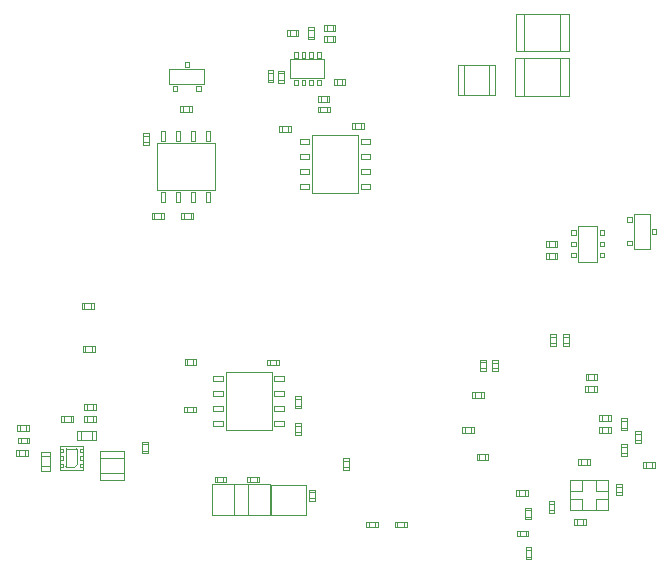
<source format=gbr>
%TF.GenerationSoftware,Altium Limited,Altium Designer,24.4.1 (13)*%
G04 Layer_Color=16711935*
%FSLAX45Y45*%
%MOMM*%
%TF.SameCoordinates,EFC9E65E-F59A-4C70-970D-A36E2AA460D7*%
%TF.FilePolarity,Positive*%
%TF.FileFunction,Other,Bottom_Assembly*%
%TF.Part,Single*%
G01*
G75*
%TA.AperFunction,NonConductor*%
%ADD82C,0.10000*%
%ADD146C,0.02500*%
D82*
X5060000Y4990000D02*
X5360000D01*
X5060000D02*
Y5250000D01*
X5360000D01*
Y4990000D02*
Y5250000D01*
X4750000Y5252500D02*
X5050000D01*
Y4992500D02*
Y5252500D01*
X4750000Y4992500D02*
X5050000D01*
X4750000D02*
Y5252500D01*
X4562500Y5257500D02*
X4862500D01*
Y4997500D02*
Y5257500D01*
X4562500Y4997500D02*
X4862500D01*
X4562500D02*
Y5257500D01*
D146*
X3320980Y5402140D02*
G03*
X3325980Y5397140I5000J0D01*
G01*
Y5557140D02*
G03*
X3320980Y5552140I0J-5000D01*
G01*
X3420980D02*
G03*
X3415980Y5557140I-5000J0D01*
G01*
X3470980Y5377140D02*
Y5577140D01*
X3270980D02*
X3470980D01*
X3270980Y5377140D02*
Y5577140D01*
Y5377140D02*
X3470980D01*
X3390980Y5397140D02*
X3420980Y5427140D01*
X3325980Y5397140D02*
X3390980D01*
X3320980Y5402140D02*
Y5552140D01*
X3325980Y5557140D02*
X3415980D01*
X3420980Y5427140D02*
Y5552140D01*
X3270980Y5427140D02*
X3295980D01*
X3270980Y5397140D02*
Y5427140D01*
Y5397140D02*
X3295980D01*
Y5427140D01*
X3270980Y5492140D02*
X3295980D01*
X3270980Y5462140D02*
Y5492140D01*
Y5462140D02*
X3295980D01*
Y5492140D01*
X3270980Y5557140D02*
X3295980D01*
X3270980Y5527140D02*
Y5557140D01*
Y5527140D02*
X3295980D01*
Y5557140D01*
X3445980Y5527140D02*
X3470980D01*
Y5557140D01*
X3445980D02*
X3470980D01*
X3445980Y5527140D02*
Y5557140D01*
Y5462140D02*
X3470980D01*
Y5492140D01*
X3445980D02*
X3470980D01*
X3445980Y5462140D02*
Y5492140D01*
Y5397140D02*
X3470980D01*
Y5427140D01*
X3445980D02*
X3470980D01*
X3445980Y5397140D02*
Y5427140D01*
X2915000Y5600000D02*
X3015000D01*
Y5650000D01*
X2915000D02*
X3015000D01*
X2915000Y5600000D02*
Y5650000D01*
X2990000Y5600000D02*
X3015000D01*
Y5650000D01*
X2990000D02*
X3015000D01*
X2990000Y5600000D02*
Y5650000D01*
X2915000D02*
X2940000D01*
X2915000Y5600000D02*
Y5650000D01*
Y5600000D02*
X2940000D01*
Y5650000D01*
X6642500Y8547500D02*
X6952500D01*
Y8807500D01*
X6642500D02*
X6952500D01*
X6642500Y8547500D02*
Y8807500D01*
X6907500Y8547500D02*
X6952500D01*
Y8807500D01*
X6907500D02*
X6952500D01*
X6907500Y8547500D02*
Y8807500D01*
X6642500D02*
X6692500D01*
X6642500Y8547500D02*
Y8807500D01*
Y8547500D02*
X6692500D01*
Y8807500D01*
X7384999Y7262500D02*
X7484999D01*
Y7312500D01*
X7384999D02*
X7484999D01*
X7384999Y7262500D02*
Y7312500D01*
X7464999Y7262500D02*
X7484999D01*
Y7312500D01*
X7464999D02*
X7484999D01*
X7464999Y7262500D02*
Y7312500D01*
X7384999D02*
X7409999D01*
X7384999Y7262500D02*
Y7312500D01*
Y7262500D02*
X7409999D01*
Y7312500D01*
X7384999Y7165000D02*
X7484999D01*
Y7215000D01*
X7384999D02*
X7484999D01*
X7384999Y7165000D02*
Y7215000D01*
X7464999Y7165000D02*
X7484999D01*
Y7215000D01*
X7464999D02*
X7484999D01*
X7464999Y7165000D02*
Y7215000D01*
X7384999D02*
X7409999D01*
X7384999Y7165000D02*
Y7215000D01*
Y7165000D02*
X7409999D01*
Y7215000D01*
X5505000Y9095000D02*
X5605000D01*
Y9145000D01*
X5505000D02*
X5605000D01*
X5505000Y9095000D02*
Y9145000D01*
X5585000Y9095000D02*
X5605000D01*
Y9145000D01*
X5585000D02*
X5605000D01*
X5585000Y9095000D02*
Y9145000D01*
X5505000D02*
X5530000D01*
X5505000Y9095000D02*
Y9145000D01*
Y9095000D02*
X5530000D01*
Y9145000D01*
X5505001Y9000001D02*
X5605000D01*
Y9050000D01*
X5505001D02*
X5605000D01*
X5505001Y9000001D02*
Y9050000D01*
X5585001Y9000001D02*
X5605000D01*
Y9050000D01*
X5585001D02*
X5605000D01*
X5585001Y9000001D02*
Y9050000D01*
X5505001D02*
X5530001D01*
X5505001Y9000001D02*
Y9050000D01*
Y9000001D02*
X5530001D01*
Y9050000D01*
X5375000Y9025000D02*
Y9125000D01*
Y9025000D02*
X5425000D01*
Y9125000D01*
X5375000D02*
X5425000D01*
X5375000Y9025000D02*
Y9045000D01*
Y9025000D02*
X5425000D01*
Y9045000D01*
X5375000D02*
X5425000D01*
Y9100000D02*
Y9125000D01*
X5375000D02*
X5425000D01*
X5375000Y9100000D02*
Y9125000D01*
Y9100000D02*
X5425000D01*
X5457500Y8452500D02*
X5557500D01*
X5457500Y8402500D02*
Y8452500D01*
Y8402500D02*
X5557500D01*
Y8452500D01*
X5457500D02*
X5477500D01*
X5457500Y8402500D02*
Y8452500D01*
Y8402500D02*
X5477500D01*
Y8452500D01*
X5532500Y8402500D02*
X5557500D01*
Y8452500D01*
X5532500D02*
X5557500D01*
X5532500Y8402500D02*
Y8452500D01*
X5455000Y8492500D02*
X5555000D01*
Y8542500D01*
X5455000D02*
X5555000D01*
X5455000Y8492500D02*
Y8542500D01*
X5535000Y8492500D02*
X5555000D01*
Y8542500D01*
X5535000D02*
X5555000D01*
X5535000Y8492500D02*
Y8542500D01*
X5455000D02*
X5480000D01*
X5455000Y8492500D02*
Y8542500D01*
Y8492500D02*
X5480000D01*
Y8542500D01*
X5172221Y8655179D02*
Y8755179D01*
X5122221D02*
X5172221D01*
X5122221Y8655179D02*
Y8755179D01*
Y8655179D02*
X5172221D01*
Y8735179D02*
Y8755179D01*
X5122221D02*
X5172221D01*
X5122221Y8735179D02*
Y8755179D01*
Y8735179D02*
X5172221D01*
X5122221Y8655179D02*
Y8680179D01*
Y8655179D02*
X5172221D01*
Y8680179D01*
X5122221D02*
X5172221D01*
X5192500Y9050000D02*
X5292500D01*
Y9100000D01*
X5192500D02*
X5292500D01*
X5192500Y9050000D02*
Y9100000D01*
X5272500Y9050000D02*
X5292500D01*
Y9100000D01*
X5272500D02*
X5292500D01*
X5272500Y9050000D02*
Y9100000D01*
X5192500D02*
X5217500D01*
X5192500Y9050000D02*
Y9100000D01*
Y9050000D02*
X5217500D01*
Y9100000D01*
X5030781Y8657719D02*
Y8757719D01*
Y8657719D02*
X5080781D01*
Y8757719D01*
X5030781D02*
X5080781D01*
X5030781Y8657719D02*
Y8677719D01*
Y8657719D02*
X5080781D01*
Y8677719D01*
X5030781D02*
X5080781D01*
Y8732719D02*
Y8757719D01*
X5030781D02*
X5080781D01*
X5030781Y8732719D02*
Y8757719D01*
Y8732719D02*
X5080781D01*
X4050000Y7552500D02*
X4150000D01*
X4050000Y7502500D02*
Y7552500D01*
Y7502500D02*
X4150000D01*
Y7552500D01*
X4050000D02*
X4070000D01*
X4050000Y7502500D02*
Y7552500D01*
Y7502500D02*
X4070000D01*
Y7552500D01*
X4125000Y7502500D02*
X4150000D01*
Y7552500D01*
X4125000D02*
X4150000D01*
X4125000Y7502500D02*
Y7552500D01*
X4582500Y5320000D02*
X4682500D01*
X4582500Y5270000D02*
Y5320000D01*
Y5270000D02*
X4682500D01*
Y5320000D01*
X4582500D02*
X4602500D01*
X4582500Y5270000D02*
Y5320000D01*
Y5270000D02*
X4602500D01*
Y5320000D01*
X4657500Y5270000D02*
X4682500D01*
Y5320000D01*
X4657500D02*
X4682500D01*
X4657500Y5270000D02*
Y5320000D01*
X5720000Y5375000D02*
Y5475000D01*
X5670000D02*
X5720000D01*
X5670000Y5375000D02*
Y5475000D01*
Y5375000D02*
X5720000D01*
Y5455000D02*
Y5475000D01*
X5670000D02*
X5720000D01*
X5670000Y5455000D02*
Y5475000D01*
Y5455000D02*
X5720000D01*
X5670000Y5375000D02*
Y5400000D01*
Y5375000D02*
X5720000D01*
Y5400000D01*
X5670000D02*
X5720000D01*
X4287500Y8405000D02*
X4387500D01*
Y8455000D01*
X4287500D02*
X4387500D01*
X4287500Y8405000D02*
Y8455000D01*
X4367500Y8405000D02*
X4387500D01*
Y8455000D01*
X4367500D02*
X4387500D01*
X4367500Y8405000D02*
Y8455000D01*
X4287500D02*
X4312500D01*
X4287500Y8405000D02*
Y8455000D01*
Y8405000D02*
X4312500D01*
Y8455000D01*
X4860001Y5269999D02*
X4960001D01*
Y5319999D01*
X4860001D02*
X4960001D01*
X4860001Y5269999D02*
Y5319999D01*
X4940001Y5269999D02*
X4960001D01*
Y5319999D01*
X4940001D02*
X4960001D01*
X4940001Y5269999D02*
Y5319999D01*
X4860001D02*
X4885001D01*
X4860001Y5269999D02*
Y5319999D01*
Y5269999D02*
X4885001D01*
Y5319999D01*
X6107679Y4938580D02*
X6207679D01*
X6107679Y4888581D02*
Y4938580D01*
Y4888581D02*
X6207679D01*
Y4938580D01*
X6107679D02*
X6127679D01*
X6107679Y4888581D02*
Y4938580D01*
Y4888581D02*
X6127679D01*
Y4938580D01*
X6182679Y4888581D02*
X6207679D01*
Y4938580D01*
X6182679D02*
X6207679D01*
X6182679Y4888581D02*
Y4938580D01*
X5310000Y5670000D02*
Y5770000D01*
X5260000D02*
X5310000D01*
X5260000Y5670000D02*
Y5770000D01*
Y5670000D02*
X5310000D01*
Y5750000D02*
Y5770000D01*
X5260000D02*
X5310000D01*
X5260000Y5750000D02*
Y5770000D01*
Y5750000D02*
X5310000D01*
X5260000Y5670000D02*
Y5695000D01*
Y5670000D02*
X5310000D01*
Y5695000D01*
X5260000D02*
X5310000D01*
X5260000Y5897500D02*
Y5997500D01*
Y5897500D02*
X5310000D01*
Y5997500D01*
X5260000D02*
X5310000D01*
X5260000Y5897500D02*
Y5917500D01*
Y5897500D02*
X5310000D01*
Y5917500D01*
X5260000D02*
X5310000D01*
Y5972500D02*
Y5997500D01*
X5260000D02*
X5310000D01*
X5260000Y5972500D02*
Y5997500D01*
Y5972500D02*
X5310000D01*
X5435000Y5110000D02*
Y5210000D01*
X5385000D02*
X5435000D01*
X5385000Y5110000D02*
Y5210000D01*
Y5110000D02*
X5435000D01*
Y5190000D02*
Y5210000D01*
X5385000D02*
X5435000D01*
X5385000Y5190000D02*
Y5210000D01*
Y5190000D02*
X5435000D01*
X5385000Y5110000D02*
Y5135000D01*
Y5110000D02*
X5435000D01*
Y5135000D01*
X5385000D02*
X5435000D01*
X4300000Y7502500D02*
X4400000D01*
Y7552500D01*
X4300000D02*
X4400000D01*
X4300000Y7502500D02*
Y7552500D01*
X4380000Y7502500D02*
X4400000D01*
Y7552500D01*
X4380000D02*
X4400000D01*
X4380000Y7502500D02*
Y7552500D01*
X4300000D02*
X4325000D01*
X4300000Y7502500D02*
Y7552500D01*
Y7502500D02*
X4325000D01*
Y7552500D01*
X3476940Y5781060D02*
X3576940D01*
Y5831060D01*
X3476940D02*
X3576940D01*
X3476940Y5781060D02*
Y5831060D01*
X3556940Y5781060D02*
X3576940D01*
Y5831060D01*
X3556940D02*
X3576940D01*
X3556940Y5781060D02*
Y5831060D01*
X3476940D02*
X3501940D01*
X3476940Y5781060D02*
Y5831060D01*
Y5781060D02*
X3501940D01*
Y5831060D01*
X3282500Y5780000D02*
X3382500D01*
Y5830000D01*
X3282500D02*
X3382500D01*
X3282500Y5780000D02*
Y5830000D01*
X3362500Y5780000D02*
X3382500D01*
Y5830000D01*
X3362500D02*
X3382500D01*
X3362500Y5780000D02*
Y5830000D01*
X3282500D02*
X3307500D01*
X3282500Y5780000D02*
Y5830000D01*
Y5780000D02*
X3307500D01*
Y5830000D01*
X3457500Y6787500D02*
X3557500D01*
X3457500Y6737500D02*
Y6787500D01*
Y6737500D02*
X3557500D01*
Y6787500D01*
X3457500D02*
X3477500D01*
X3457500Y6737500D02*
Y6787500D01*
Y6737500D02*
X3477500D01*
Y6787500D01*
X3532500Y6737500D02*
X3557500D01*
Y6787500D01*
X3532500D02*
X3557500D01*
X3532500Y6737500D02*
Y6787500D01*
X3465800Y6425000D02*
X3565800D01*
X3465800Y6375000D02*
Y6425000D01*
Y6375000D02*
X3565800D01*
Y6425000D01*
X3465800D02*
X3485800D01*
X3465800Y6375000D02*
Y6425000D01*
Y6375000D02*
X3485800D01*
Y6425000D01*
X3540800Y6375000D02*
X3565800D01*
Y6425000D01*
X3540800D02*
X3565800D01*
X3540800Y6375000D02*
Y6425000D01*
X8207500Y5395000D02*
X8307500D01*
Y5445000D01*
X8207500D02*
X8307500D01*
X8207500Y5395000D02*
Y5445000D01*
X8287500Y5395000D02*
X8307500D01*
Y5445000D01*
X8287500D02*
X8307500D01*
X8287500Y5395000D02*
Y5445000D01*
X8207500D02*
X8232500D01*
X8207500Y5395000D02*
Y5445000D01*
Y5395000D02*
X8232500D01*
Y5445000D01*
X4017500Y5515000D02*
Y5615000D01*
X3967500D02*
X4017500D01*
X3967500Y5515000D02*
Y5615000D01*
Y5515000D02*
X4017500D01*
Y5595000D02*
Y5615000D01*
X3967500D02*
X4017500D01*
X3967500Y5595000D02*
Y5615000D01*
Y5595000D02*
X4017500D01*
X3967500Y5515000D02*
Y5540000D01*
Y5515000D02*
X4017500D01*
Y5540000D01*
X3967500D02*
X4017500D01*
X3612500Y5350000D02*
X3812500D01*
Y5290000D02*
Y5350000D01*
X3612500Y5290000D02*
X3812500D01*
X3612500D02*
Y5350000D01*
Y5480000D02*
X3812500D01*
X3612500D02*
Y5540000D01*
X3812500D01*
Y5480000D02*
Y5540000D01*
X3612500Y5290000D02*
X3812500D01*
X3612500D02*
Y5540000D01*
X3812500D01*
Y5290000D02*
Y5540000D01*
X8140000Y5607500D02*
Y5707500D01*
Y5607500D02*
X8190000D01*
Y5707500D01*
X8140000D02*
X8190000D01*
X8140000Y5607500D02*
Y5627500D01*
Y5607500D02*
X8190000D01*
Y5627500D01*
X8140000D02*
X8190000D01*
Y5682500D02*
Y5707500D01*
X8140000D02*
X8190000D01*
X8140000Y5682500D02*
Y5707500D01*
Y5682500D02*
X8190000D01*
X8020117Y5711262D02*
Y5811262D01*
Y5711262D02*
X8070116D01*
Y5811262D01*
X8020117D02*
X8070116D01*
X8020117Y5711262D02*
Y5731262D01*
Y5711262D02*
X8070116D01*
Y5731262D01*
X8020117D02*
X8070116D01*
Y5786262D02*
Y5811262D01*
X8020117D02*
X8070116D01*
X8020117Y5786262D02*
Y5811262D01*
Y5786262D02*
X8070116D01*
X7212500Y4957500D02*
Y5057500D01*
Y4957500D02*
X7262500D01*
Y5057500D01*
X7212500D02*
X7262500D01*
X7212500Y4957500D02*
Y4977500D01*
Y4957500D02*
X7262500D01*
Y4977500D01*
X7212500D02*
X7262500D01*
Y5032500D02*
Y5057500D01*
X7212500D02*
X7262500D01*
X7212500Y5032500D02*
Y5057500D01*
Y5032500D02*
X7262500D01*
X7215000Y4620000D02*
Y4720000D01*
Y4620000D02*
X7265000D01*
Y4720000D01*
X7215000D02*
X7265000D01*
X7215000Y4620000D02*
Y4640000D01*
Y4620000D02*
X7265000D01*
Y4640000D01*
X7215000D02*
X7265000D01*
Y4695000D02*
Y4720000D01*
X7215000D02*
X7265000D01*
X7215000Y4695000D02*
Y4720000D01*
Y4695000D02*
X7265000D01*
X7129280Y8541341D02*
X7579280D01*
Y8861341D01*
X7129280D02*
X7579280D01*
X7129280Y8541341D02*
Y8861341D01*
X7509280Y8541341D02*
X7579280D01*
Y8861341D01*
X7509280D02*
X7579280D01*
X7509280Y8541341D02*
Y8861341D01*
X7129280D02*
X7199280D01*
X7129280Y8541341D02*
Y8861341D01*
Y8541341D02*
X7199280D01*
Y8861341D01*
X7130000Y8920000D02*
X7580000D01*
Y9240000D01*
X7130000D02*
X7580000D01*
X7130000Y8920000D02*
Y9240000D01*
X7510000Y8920000D02*
X7580000D01*
Y9240000D01*
X7510000D02*
X7580000D01*
X7510000Y8920000D02*
Y9240000D01*
X7130000D02*
X7200000D01*
X7130000Y8920000D02*
Y9240000D01*
Y8920000D02*
X7200000D01*
Y9240000D01*
X3192500Y5367700D02*
Y5527700D01*
X3112500D02*
X3192500D01*
X3112500Y5367700D02*
Y5527700D01*
Y5367700D02*
X3192500D01*
Y5490200D02*
Y5527700D01*
X3112500D02*
X3192500D01*
X3112500Y5490200D02*
Y5527700D01*
Y5490200D02*
X3192500D01*
X3112500Y5367700D02*
Y5405200D01*
Y5367700D02*
X3192500D01*
Y5405200D01*
X3112500D02*
X3192500D01*
X3417700Y5627500D02*
X3577700D01*
Y5707500D01*
X3417700D02*
X3577700D01*
X3417700Y5627500D02*
Y5707500D01*
X3540200Y5627500D02*
X3577700D01*
Y5707500D01*
X3540200D02*
X3577700D01*
X3540200Y5627500D02*
Y5707500D01*
X3417700D02*
X3455200D01*
X3417700Y5627500D02*
Y5707500D01*
Y5627500D02*
X3455200D01*
Y5707500D01*
X7982500Y5160000D02*
Y5260000D01*
Y5160000D02*
X8032500D01*
Y5260000D01*
X7982500D02*
X8032500D01*
X7982500Y5160000D02*
Y5185000D01*
Y5160000D02*
X8032500D01*
Y5185000D01*
X7982500D02*
X8032500D01*
Y5235000D02*
Y5260000D01*
X7982500D02*
X8032500D01*
X7982500Y5235000D02*
Y5260000D01*
Y5235000D02*
X8032500D01*
X7835097Y5685462D02*
X7935096D01*
Y5735462D01*
X7835097D02*
X7935096D01*
X7835097Y5685462D02*
Y5735462D01*
X7910096Y5685462D02*
X7935096D01*
Y5735462D01*
X7910096D02*
X7935096D01*
X7910096Y5685462D02*
Y5735462D01*
X7835097D02*
X7860097D01*
X7835097Y5685462D02*
Y5735462D01*
Y5685462D02*
X7860097D01*
Y5735462D01*
X7835097Y5787062D02*
X7935096D01*
Y5837062D01*
X7835097D02*
X7935096D01*
X7835097Y5787062D02*
Y5837062D01*
X7910096Y5787062D02*
X7935096D01*
Y5837062D01*
X7910096D02*
X7935096D01*
X7910096Y5787062D02*
Y5837062D01*
X7835097D02*
X7860097D01*
X7835097Y5787062D02*
Y5837062D01*
Y5787062D02*
X7860097D01*
Y5837062D01*
X7530222Y6425543D02*
Y6525542D01*
Y6425543D02*
X7580222D01*
Y6525542D01*
X7530222D02*
X7580222D01*
X7530222Y6425543D02*
Y6450543D01*
Y6425543D02*
X7580222D01*
Y6450543D01*
X7530222D02*
X7580222D01*
Y6500542D02*
Y6525542D01*
X7530222D02*
X7580222D01*
X7530222Y6500542D02*
Y6525542D01*
Y6500542D02*
X7580222D01*
X7625023Y4909944D02*
X7725022D01*
Y4959944D01*
X7625023D02*
X7725022D01*
X7625023Y4909944D02*
Y4959944D01*
X7700022Y4909944D02*
X7725022D01*
Y4959944D01*
X7700022D02*
X7725022D01*
X7700022Y4909944D02*
Y4959944D01*
X7625023D02*
X7650023D01*
X7625023Y4909944D02*
Y4959944D01*
Y4909944D02*
X7650023D01*
Y4959944D01*
X7722557Y6082522D02*
X7822557D01*
X7722557Y6032522D02*
Y6082522D01*
Y6032522D02*
X7822557D01*
Y6082522D01*
X7722557D02*
X7747557D01*
X7722557Y6032522D02*
Y6082522D01*
Y6032522D02*
X7747557D01*
Y6082522D01*
X7797557Y6032522D02*
X7822557D01*
Y6082522D01*
X7797557D02*
X7822557D01*
X7797557Y6032522D02*
Y6082522D01*
X7657500Y5465000D02*
X7757500D01*
X7657500Y5415000D02*
Y5465000D01*
Y5415000D02*
X7757500D01*
Y5465000D01*
X7657500D02*
X7682500D01*
X7657500Y5415000D02*
Y5465000D01*
Y5415000D02*
X7682500D01*
Y5465000D01*
X7732500Y5415000D02*
X7757500D01*
Y5465000D01*
X7732500D02*
X7757500D01*
X7732500Y5415000D02*
Y5465000D01*
X7421002Y6428083D02*
Y6528082D01*
Y6428083D02*
X7471002D01*
Y6528082D01*
X7421002D02*
X7471002D01*
X7421002Y6428083D02*
Y6453083D01*
Y6428083D02*
X7471002D01*
Y6453083D01*
X7421002D02*
X7471002D01*
Y6503082D02*
Y6528082D01*
X7421002D02*
X7471002D01*
X7421002Y6503082D02*
Y6528082D01*
Y6503082D02*
X7471002D01*
X7410000Y5015000D02*
Y5115000D01*
Y5015000D02*
X7460000D01*
Y5115000D01*
X7410000D02*
X7460000D01*
X7410000Y5015000D02*
Y5040000D01*
Y5015000D02*
X7460000D01*
Y5040000D01*
X7410000D02*
X7460000D01*
Y5090000D02*
Y5115000D01*
X7410000D02*
X7460000D01*
X7410000Y5090000D02*
Y5115000D01*
Y5090000D02*
X7460000D01*
X7722997Y6188262D02*
X7822997D01*
X7722997Y6138262D02*
Y6188262D01*
Y6138262D02*
X7822997D01*
Y6188262D01*
X7722997D02*
X7747997D01*
X7722997Y6138262D02*
Y6188262D01*
Y6138262D02*
X7747997D01*
Y6188262D01*
X7797997Y6138262D02*
X7822997D01*
Y6188262D01*
X7797997D02*
X7822997D01*
X7797997Y6138262D02*
Y6188262D01*
X8020000Y5492500D02*
Y5592500D01*
Y5492500D02*
X8070000D01*
Y5592500D01*
X8020000D02*
X8070000D01*
X8020000Y5492500D02*
Y5517500D01*
Y5492500D02*
X8070000D01*
Y5517500D01*
X8020000D02*
X8070000D01*
Y5567500D02*
Y5592500D01*
X8020000D02*
X8070000D01*
X8020000Y5567500D02*
Y5592500D01*
Y5567500D02*
X8070000D01*
X7137500Y5152500D02*
X7237500D01*
Y5202500D01*
X7137500D02*
X7237500D01*
X7137500Y5152500D02*
Y5202500D01*
X7212500Y5152500D02*
X7237500D01*
Y5202500D01*
X7212500D02*
X7237500D01*
X7212500Y5152500D02*
Y5202500D01*
X7137500D02*
X7162500D01*
X7137500Y5152500D02*
Y5202500D01*
Y5152500D02*
X7162500D01*
Y5202500D01*
X7140000Y4812500D02*
X7240000D01*
Y4862500D01*
X7140000D02*
X7240000D01*
X7140000Y4812500D02*
Y4862500D01*
X7215000Y4812500D02*
X7240000D01*
Y4862500D01*
X7215000D02*
X7240000D01*
X7215000Y4812500D02*
Y4862500D01*
X7140000D02*
X7165000D01*
X7140000Y4812500D02*
Y4862500D01*
Y4812500D02*
X7165000D01*
Y4862500D01*
X6931657Y6209682D02*
Y6309682D01*
Y6209682D02*
X6981657D01*
Y6309682D01*
X6931657D02*
X6981657D01*
X6931657Y6209682D02*
Y6234682D01*
Y6209682D02*
X6981657D01*
Y6234682D01*
X6931657D02*
X6981657D01*
Y6284682D02*
Y6309682D01*
X6931657D02*
X6981657D01*
X6931657Y6284682D02*
Y6309682D01*
Y6284682D02*
X6981657D01*
X6800000Y5460000D02*
X6900000D01*
Y5510000D01*
X6800000D02*
X6900000D01*
X6800000Y5460000D02*
Y5510000D01*
X6875000Y5460000D02*
X6900000D01*
Y5510000D01*
X6875000D02*
X6900000D01*
X6875000Y5460000D02*
Y5510000D01*
X6800000D02*
X6825000D01*
X6800000Y5460000D02*
Y5510000D01*
Y5460000D02*
X6825000D01*
Y5510000D01*
X6827517Y6210442D02*
Y6310442D01*
Y6210442D02*
X6877517D01*
Y6310442D01*
X6827517D02*
X6877517D01*
X6827517Y6210442D02*
Y6235442D01*
Y6210442D02*
X6877517D01*
Y6235442D01*
X6827517D02*
X6877517D01*
Y6285442D02*
Y6310442D01*
X6827517D02*
X6877517D01*
X6827517Y6285442D02*
Y6310442D01*
Y6285442D02*
X6877517D01*
X5125000Y8290000D02*
X5225000D01*
X5125000Y8240000D02*
Y8290000D01*
Y8240000D02*
X5225000D01*
Y8290000D01*
X5125000D02*
X5150000D01*
X5125000Y8240000D02*
Y8290000D01*
Y8240000D02*
X5150000D01*
Y8290000D01*
X5200000Y8240000D02*
X5225000D01*
Y8290000D01*
X5200000D02*
X5225000D01*
X5200000Y8240000D02*
Y8290000D01*
X5590000Y8682500D02*
X5690000D01*
X5590000Y8632500D02*
Y8682500D01*
Y8632500D02*
X5690000D01*
Y8682500D01*
X5590000D02*
X5615000D01*
X5590000Y8632500D02*
Y8682500D01*
Y8632500D02*
X5615000D01*
Y8682500D01*
X5665000Y8632500D02*
X5690000D01*
Y8682500D01*
X5665000D02*
X5690000D01*
X5665000Y8632500D02*
Y8682500D01*
X5747500Y8265000D02*
X5847500D01*
Y8315000D01*
X5747500D02*
X5847500D01*
X5747500Y8265000D02*
Y8315000D01*
X5822500Y8265000D02*
X5847500D01*
Y8315000D01*
X5822500D02*
X5847500D01*
X5822500Y8265000D02*
Y8315000D01*
X5747500D02*
X5772500D01*
X5747500Y8265000D02*
Y8315000D01*
Y8265000D02*
X5772500D01*
Y8315000D01*
X6760000Y5987500D02*
X6860000D01*
Y6037500D01*
X6760000D02*
X6860000D01*
X6760000Y5987500D02*
Y6037500D01*
X6835000Y5987500D02*
X6860000D01*
Y6037500D01*
X6835000D02*
X6860000D01*
X6835000Y5987500D02*
Y6037500D01*
X6760000D02*
X6785000D01*
X6760000Y5987500D02*
Y6037500D01*
Y5987500D02*
X6785000D01*
Y6037500D01*
X6677500Y5687500D02*
X6777500D01*
Y5737500D01*
X6677500D02*
X6777500D01*
X6677500Y5687500D02*
Y5737500D01*
X6752500Y5687500D02*
X6777500D01*
Y5737500D01*
X6752500D02*
X6777500D01*
X6752500Y5687500D02*
Y5737500D01*
X6677500D02*
X6702500D01*
X6677500Y5687500D02*
Y5737500D01*
Y5687500D02*
X6702500D01*
Y5737500D01*
X5028280Y6260120D02*
X5128280D01*
Y6310120D01*
X5028280D02*
X5128280D01*
X5028280Y6260120D02*
Y6310120D01*
X5103280Y6260120D02*
X5128280D01*
Y6310120D01*
X5103280D02*
X5128280D01*
X5103280Y6260120D02*
Y6310120D01*
X5028280D02*
X5053280D01*
X5028280Y6260120D02*
Y6310120D01*
Y6260120D02*
X5053280D01*
Y6310120D01*
X4030000Y8130000D02*
Y8230000D01*
X3980000D02*
X4030000D01*
X3980000Y8130000D02*
Y8230000D01*
Y8130000D02*
X4030000D01*
Y8205000D02*
Y8230000D01*
X3980000D02*
X4030000D01*
X3980000Y8205000D02*
Y8230000D01*
Y8205000D02*
X4030000D01*
X3980000Y8130000D02*
Y8155000D01*
Y8130000D02*
X4030000D01*
Y8155000D01*
X3980000D02*
X4030000D01*
X4327500Y6262500D02*
X4427500D01*
Y6312500D01*
X4327500D02*
X4427500D01*
X4327500Y6262500D02*
Y6312500D01*
X4402500Y6262500D02*
X4427500D01*
Y6312500D01*
X4402500D02*
X4427500D01*
X4402500Y6262500D02*
Y6312500D01*
X4327500D02*
X4352500D01*
X4327500Y6262500D02*
Y6312500D01*
Y6262500D02*
X4352500D01*
Y6312500D01*
X4325000Y5862500D02*
X4425000D01*
Y5912500D01*
X4325000D02*
X4425000D01*
X4325000Y5862500D02*
Y5912500D01*
X4400000Y5862500D02*
X4425000D01*
Y5912500D01*
X4400000D02*
X4425000D01*
X4400000Y5862500D02*
Y5912500D01*
X4325000D02*
X4350000D01*
X4325000Y5862500D02*
Y5912500D01*
Y5862500D02*
X4350000D01*
Y5912500D01*
X5863839Y4938580D02*
X5963839D01*
X5863839Y4888581D02*
Y4938580D01*
Y4888581D02*
X5963839D01*
Y4938580D01*
X5863839D02*
X5888839D01*
X5863839Y4888581D02*
Y4938580D01*
Y4888581D02*
X5888839D01*
Y4938580D01*
X5938839Y4888581D02*
X5963839D01*
Y4938580D01*
X5938839D02*
X5963839D01*
X5938839Y4888581D02*
Y4938580D01*
X2907380Y5755160D02*
X3007380D01*
X2907380Y5705160D02*
Y5755160D01*
Y5705160D02*
X3007380D01*
Y5755160D01*
X2907380D02*
X2932380D01*
X2907380Y5705160D02*
Y5755160D01*
Y5705160D02*
X2932380D01*
Y5755160D01*
X2982380Y5705160D02*
X3007380D01*
Y5755160D01*
X2982380D02*
X3007380D01*
X2982380Y5705160D02*
Y5755160D01*
X2902300Y5491800D02*
X3002300D01*
Y5541800D01*
X2902300D02*
X3002300D01*
X2902300Y5491800D02*
Y5541800D01*
X2977300Y5491800D02*
X3002300D01*
Y5541800D01*
X2977300D02*
X3002300D01*
X2977300Y5491800D02*
Y5541800D01*
X2902300D02*
X2927300D01*
X2902300Y5491800D02*
Y5541800D01*
Y5491800D02*
X2927300D01*
Y5541800D01*
X3480000Y5880000D02*
X3580000D01*
Y5930000D01*
X3480000D02*
X3580000D01*
X3480000Y5880000D02*
Y5930000D01*
X3555000Y5880000D02*
X3580000D01*
Y5930000D01*
X3555000D02*
X3580000D01*
X3555000Y5880000D02*
Y5930000D01*
X3480000D02*
X3505000D01*
X3480000Y5880000D02*
Y5930000D01*
Y5880000D02*
X3505000D01*
Y5930000D01*
X7591223Y5128544D02*
X7691223D01*
Y5038544D02*
Y5128544D01*
X7591223Y5038544D02*
X7691223D01*
X7591223D02*
Y5128544D01*
X7811222D02*
X7911222D01*
Y5038544D02*
Y5128544D01*
X7811222Y5038544D02*
X7911222D01*
X7811222D02*
Y5128544D01*
Y5198544D02*
X7911222D01*
X7811222D02*
Y5288544D01*
X7911222D01*
Y5198544D02*
Y5288544D01*
X7591223Y5198544D02*
X7691223D01*
X7591223D02*
Y5288544D01*
X7691223D01*
Y5198544D02*
Y5288544D01*
X7591223Y5038544D02*
Y5288544D01*
X7911222D01*
Y5038544D02*
Y5288544D01*
X7591223Y5038544D02*
X7911222D01*
X5222380Y8850820D02*
X5512380D01*
X5222380Y8690820D02*
Y8850820D01*
Y8690820D02*
X5512380D01*
Y8850820D01*
X5449880Y8630820D02*
Y8675820D01*
Y8630820D02*
X5479880D01*
Y8675820D01*
X5449880D02*
X5479880D01*
X5384881Y8630820D02*
Y8675820D01*
Y8630820D02*
X5414880D01*
Y8675820D01*
X5384881D02*
X5414880D01*
X5319880Y8630820D02*
Y8675820D01*
Y8630820D02*
X5349880D01*
Y8675820D01*
X5319880D02*
X5349880D01*
X5254881Y8630820D02*
Y8675820D01*
Y8630820D02*
X5284880D01*
Y8675820D01*
X5254881D02*
X5284880D01*
Y8865820D02*
Y8910820D01*
X5254881D02*
X5284880D01*
X5254881Y8865820D02*
Y8910820D01*
Y8865820D02*
X5284880D01*
X5349880D02*
Y8910820D01*
X5319880D02*
X5349880D01*
X5319880Y8865820D02*
Y8910820D01*
Y8865820D02*
X5349880D01*
X5414880D02*
Y8910820D01*
X5384881D02*
X5414880D01*
X5384881Y8865820D02*
Y8910820D01*
Y8865820D02*
X5414880D01*
X5479880D02*
Y8910820D01*
X5449880D02*
X5479880D01*
X5449880Y8865820D02*
Y8910820D01*
Y8865820D02*
X5479880D01*
X4227500Y8623750D02*
X4267500D01*
Y8583750D02*
Y8623750D01*
X4227500Y8583750D02*
X4267500D01*
X4227500D02*
Y8623750D01*
X4427500D02*
X4467500D01*
Y8583750D02*
Y8623750D01*
X4427500Y8583750D02*
X4467500D01*
X4427500D02*
Y8623750D01*
X4327500Y8791250D02*
X4367500D01*
X4327500D02*
Y8831250D01*
X4367500D01*
Y8791250D02*
Y8831250D01*
X4200000Y8641750D02*
Y8773250D01*
X4495000D01*
Y8641750D02*
Y8773250D01*
X4200000Y8641750D02*
X4495000D01*
X8116250Y7477500D02*
Y7517500D01*
X8076250Y7477500D02*
X8116250D01*
X8076250D02*
Y7517500D01*
X8116250D01*
Y7277500D02*
Y7317500D01*
X8076250Y7277500D02*
X8116250D01*
X8076250D02*
Y7317500D01*
X8116250D01*
X8283750Y7377500D02*
Y7417500D01*
X8323750D01*
Y7377500D02*
Y7417500D01*
X8283750Y7377500D02*
X8323750D01*
X8134250Y7545000D02*
X8265750D01*
Y7250000D02*
Y7545000D01*
X8134250Y7250000D02*
X8265750D01*
X8134250D02*
Y7545000D01*
X7660089Y7138990D02*
Y7441490D01*
Y7138990D02*
X7822589D01*
Y7441490D01*
X7660089D02*
X7822589D01*
X7842339Y7366490D02*
X7883339D01*
Y7403990D01*
X7842339D02*
X7883339D01*
X7842339Y7366490D02*
Y7403990D01*
Y7271490D02*
X7883339D01*
Y7308990D01*
X7842339D02*
X7883339D01*
X7842339Y7271490D02*
Y7308990D01*
Y7176490D02*
X7883339D01*
Y7213990D01*
X7842339D02*
X7883339D01*
X7842339Y7176490D02*
Y7213990D01*
X7599339D02*
X7640339D01*
X7599339Y7176490D02*
Y7213990D01*
Y7176490D02*
X7640339D01*
Y7213990D01*
X7599339Y7308990D02*
X7640339D01*
X7599339Y7271490D02*
Y7308990D01*
Y7271490D02*
X7640339D01*
Y7308990D01*
X7599339Y7403990D02*
X7640339D01*
X7599339Y7366490D02*
Y7403990D01*
Y7366490D02*
X7640339D01*
Y7403990D01*
X4653500Y6131500D02*
Y6169500D01*
X4570000Y6131500D02*
X4653500D01*
X4570000D02*
Y6169500D01*
X4653500D01*
Y6004500D02*
Y6042500D01*
X4570000Y6004500D02*
X4653500D01*
X4570000D02*
Y6042500D01*
X4653500D01*
Y5877500D02*
Y5915500D01*
X4570000Y5877500D02*
X4653500D01*
X4570000D02*
Y5915500D01*
X4653500D01*
Y5750500D02*
Y5788500D01*
X4570000Y5750500D02*
X4653500D01*
X4570000D02*
Y5788500D01*
X4653500D01*
X5086500Y5750500D02*
Y5788500D01*
X5170000D01*
Y5750500D02*
Y5788500D01*
X5086500Y5750500D02*
X5170000D01*
X5086500Y5877500D02*
Y5915500D01*
X5170000D01*
Y5877500D02*
Y5915500D01*
X5086500Y5877500D02*
X5170000D01*
X5086500Y6004500D02*
Y6042500D01*
X5170000D01*
Y6004500D02*
Y6042500D01*
X5086500Y6004500D02*
X5170000D01*
X5086500Y6131500D02*
Y6169500D01*
X5170000D01*
Y6131500D02*
Y6169500D01*
X5086500Y6131500D02*
X5170000D01*
X4675000Y6205000D02*
X5065000D01*
Y5715000D02*
Y6205000D01*
X4675000Y5715000D02*
X5065000D01*
X4675000D02*
Y6205000D01*
X4128000Y7728500D02*
X4166000D01*
Y7645000D02*
Y7728500D01*
X4128000Y7645000D02*
X4166000D01*
X4128000D02*
Y7728500D01*
X4255000D02*
X4293000D01*
Y7645000D02*
Y7728500D01*
X4255000Y7645000D02*
X4293000D01*
X4255000D02*
Y7728500D01*
X4382000D02*
X4420000D01*
Y7645000D02*
Y7728500D01*
X4382000Y7645000D02*
X4420000D01*
X4382000D02*
Y7728500D01*
X4509000D02*
X4547000D01*
Y7645000D02*
Y7728500D01*
X4509000Y7645000D02*
X4547000D01*
X4509000D02*
Y7728500D01*
Y8161500D02*
X4547000D01*
X4509000D02*
Y8245000D01*
X4547000D01*
Y8161500D02*
Y8245000D01*
X4382000Y8161500D02*
X4420000D01*
X4382000D02*
Y8245000D01*
X4420000D01*
Y8161500D02*
Y8245000D01*
X4255000Y8161500D02*
X4293000D01*
X4255000D02*
Y8245000D01*
X4293000D01*
Y8161500D02*
Y8245000D01*
X4128000Y8161500D02*
X4166000D01*
X4128000D02*
Y8245000D01*
X4166000D01*
Y8161500D02*
Y8245000D01*
X4092500Y7750000D02*
Y8140000D01*
X4582500D01*
Y7750000D02*
Y8140000D01*
X4092500Y7750000D02*
X4582500D01*
X5385000Y8139500D02*
Y8180500D01*
X5301500Y8139500D02*
X5385000D01*
X5301500D02*
Y8180500D01*
X5385000D01*
Y8012500D02*
Y8053500D01*
X5301500Y8012500D02*
X5385000D01*
X5301500D02*
Y8053500D01*
X5385000D01*
Y7885500D02*
Y7926500D01*
X5301500Y7885500D02*
X5385000D01*
X5301500D02*
Y7926500D01*
X5385000D01*
Y7758500D02*
Y7799500D01*
X5301500Y7758500D02*
X5385000D01*
X5301500D02*
Y7799500D01*
X5385000D01*
X5818000Y7758500D02*
Y7799500D01*
X5901500D01*
Y7758500D02*
Y7799500D01*
X5818000Y7758500D02*
X5901500D01*
X5818000Y7885500D02*
Y7926500D01*
X5901500D01*
Y7885500D02*
Y7926500D01*
X5818000Y7885500D02*
X5901500D01*
X5818000Y8012500D02*
Y8053500D01*
X5901500D01*
Y8012500D02*
Y8053500D01*
X5818000Y8012500D02*
X5901500D01*
X5818000Y8139500D02*
Y8180500D01*
X5901500D01*
Y8139500D02*
Y8180500D01*
X5818000Y8139500D02*
X5901500D01*
X5406500Y8214500D02*
X5796500D01*
Y7724500D02*
Y8214500D01*
X5406500Y7724500D02*
X5796500D01*
X5406500D02*
Y8214500D01*
%TF.MD5,578a3eb1759d91db28033c04cb6466cc*%
M02*

</source>
